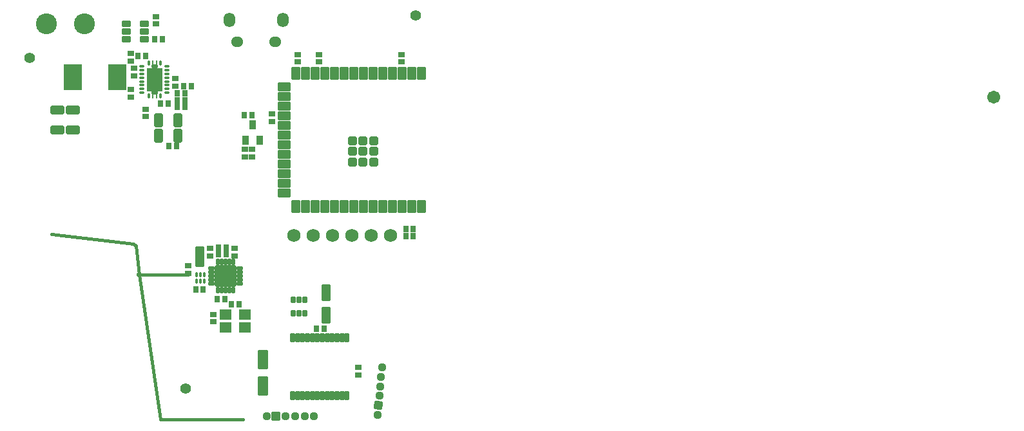
<source format=gbr>
%TF.GenerationSoftware,KiCad,Pcbnew,9.0.6*%
%TF.CreationDate,2025-12-03T15:23:28+01:00*%
%TF.ProjectId,Spinmodule,5370696e-6d6f-4647-956c-652e6b696361,rev?*%
%TF.SameCoordinates,Original*%
%TF.FileFunction,Soldermask,Bot*%
%TF.FilePolarity,Negative*%
%FSLAX46Y46*%
G04 Gerber Fmt 4.6, Leading zero omitted, Abs format (unit mm)*
G04 Created by KiCad (PCBNEW 9.0.6) date 2025-12-03 15:23:28*
%MOMM*%
%LPD*%
G01*
G04 APERTURE LIST*
G04 Aperture macros list*
%AMRoundRect*
0 Rectangle with rounded corners*
0 $1 Rounding radius*
0 $2 $3 $4 $5 $6 $7 $8 $9 X,Y pos of 4 corners*
0 Add a 4 corners polygon primitive as box body*
4,1,4,$2,$3,$4,$5,$6,$7,$8,$9,$2,$3,0*
0 Add four circle primitives for the rounded corners*
1,1,$1+$1,$2,$3*
1,1,$1+$1,$4,$5*
1,1,$1+$1,$6,$7*
1,1,$1+$1,$8,$9*
0 Add four rect primitives between the rounded corners*
20,1,$1+$1,$2,$3,$4,$5,0*
20,1,$1+$1,$4,$5,$6,$7,0*
20,1,$1+$1,$6,$7,$8,$9,0*
20,1,$1+$1,$8,$9,$2,$3,0*%
G04 Aperture macros list end*
%ADD10C,0.400000*%
%ADD11C,1.703200*%
%ADD12RoundRect,0.101600X1.300000X1.300000X-1.300000X1.300000X-1.300000X-1.300000X1.300000X-1.300000X0*%
%ADD13RoundRect,0.101600X0.125000X0.290000X-0.125000X0.290000X-0.125000X-0.290000X0.125000X-0.290000X0*%
%ADD14RoundRect,0.101600X0.290000X0.125000X-0.290000X0.125000X-0.290000X-0.125000X0.290000X-0.125000X0*%
%ADD15RoundRect,0.060000X0.300000X0.350000X-0.300000X0.350000X-0.300000X-0.350000X0.300000X-0.350000X0*%
%ADD16RoundRect,0.060000X0.350000X-0.300000X0.350000X0.300000X-0.350000X0.300000X-0.350000X-0.300000X0*%
%ADD17RoundRect,0.101600X0.500000X-1.250000X0.500000X1.250000X-0.500000X1.250000X-0.500000X-1.250000X0*%
%ADD18C,2.743200*%
%ADD19RoundRect,0.020000X-0.375000X-0.200000X0.375000X-0.200000X0.375000X0.200000X-0.375000X0.200000X0*%
%ADD20RoundRect,0.104500X-0.940500X-1.440500X0.940500X-1.440500X0.940500X1.440500X-0.940500X1.440500X0*%
%ADD21RoundRect,0.082500X-0.237500X0.082500X-0.237500X-0.082500X0.237500X-0.082500X0.237500X0.082500X0*%
%ADD22RoundRect,0.070000X-0.070000X-0.250000X0.070000X-0.250000X0.070000X0.250000X-0.070000X0.250000X0*%
%ADD23RoundRect,0.060000X-0.060000X-0.260000X0.060000X-0.260000X0.060000X0.260000X-0.060000X0.260000X0*%
%ADD24C,0.350000*%
%ADD25RoundRect,0.101600X0.195000X-0.500000X0.195000X0.500000X-0.195000X0.500000X-0.195000X-0.500000X0*%
%ADD26RoundRect,0.101600X0.500000X-0.300000X0.500000X0.300000X-0.500000X0.300000X-0.500000X-0.300000X0*%
%ADD27RoundRect,0.060000X-0.350000X0.300000X-0.350000X-0.300000X0.350000X-0.300000X0.350000X0.300000X0*%
%ADD28RoundRect,0.060000X-0.300000X-0.350000X0.300000X-0.350000X0.300000X0.350000X-0.300000X0.350000X0*%
%ADD29RoundRect,0.101600X0.350000X0.500000X-0.350000X0.500000X-0.350000X-0.500000X0.350000X-0.500000X0*%
%ADD30C,1.743200*%
%ADD31R,2.413000X3.429000*%
%ADD32C,1.403200*%
%ADD33RoundRect,0.101600X0.200000X0.200000X-0.200000X0.200000X-0.200000X-0.200000X0.200000X-0.200000X0*%
%ADD34RoundRect,0.101600X-0.600000X1.150000X-0.600000X-1.150000X0.600000X-1.150000X0.600000X1.150000X0*%
%ADD35RoundRect,0.101600X0.500000X-0.975000X0.500000X0.975000X-0.500000X0.975000X-0.500000X-0.975000X0*%
%ADD36RoundRect,0.101600X0.800000X-0.450000X0.800000X0.450000X-0.800000X0.450000X-0.800000X-0.450000X0*%
%ADD37RoundRect,0.101600X-0.450000X-0.800000X0.450000X-0.800000X0.450000X0.800000X-0.450000X0.800000X0*%
%ADD38O,1.528200X1.903200*%
%ADD39O,1.603200X1.353200*%
%ADD40C,1.120000*%
%ADD41RoundRect,0.060000X-0.500000X-0.500000X0.500000X-0.500000X0.500000X0.500000X-0.500000X0.500000X0*%
%ADD42RoundRect,0.101600X-0.250000X0.300000X-0.250000X-0.300000X0.250000X-0.300000X0.250000X0.300000X0*%
%ADD43RoundRect,0.101600X-0.200000X0.300000X-0.200000X-0.300000X0.200000X-0.300000X0.200000X0.300000X0*%
%ADD44RoundRect,0.101600X-0.450000X0.750000X-0.450000X-0.750000X0.450000X-0.750000X0.450000X0.750000X0*%
%ADD45RoundRect,0.101600X-0.750000X-0.450000X0.750000X-0.450000X0.750000X0.450000X-0.750000X0.450000X0*%
%ADD46RoundRect,0.101600X0.450000X-0.750000X0.450000X0.750000X-0.450000X0.750000X-0.450000X-0.750000X0*%
%ADD47RoundRect,0.101600X0.450000X-0.450000X0.450000X0.450000X-0.450000X0.450000X-0.450000X-0.450000X0*%
%ADD48RoundRect,0.060000X0.454519X-0.541675X0.541675X0.454519X-0.454519X0.541675X-0.541675X-0.454519X0*%
%ADD49RoundRect,0.060000X0.125000X0.275000X-0.125000X0.275000X-0.125000X-0.275000X0.125000X-0.275000X0*%
%ADD50RoundRect,0.101600X-0.700000X-0.600000X0.700000X-0.600000X0.700000X0.600000X-0.700000X0.600000X0*%
G04 APERTURE END LIST*
D10*
X133420130Y-108682680D02*
X133614640Y-108877250D01*
X134093280Y-112703860D02*
X140526950Y-112703860D01*
X133614640Y-108877250D02*
X134092930Y-112703600D01*
X122545270Y-107354870D02*
X133283230Y-108665970D01*
X136845320Y-131718040D02*
X147689750Y-131718040D01*
X134093280Y-112703860D02*
X136845320Y-131718040D01*
D11*
%TO.C,M1*%
X246309260Y-89319370D03*
%TD*%
D12*
%TO.C,U13*%
X145397960Y-112877590D03*
D13*
X146397960Y-111017600D03*
X145897930Y-111017600D03*
X145397960Y-111017600D03*
X144897930Y-111017600D03*
X144397960Y-111017600D03*
D14*
X143537970Y-111877600D03*
X143537970Y-112377620D03*
X143537970Y-112877590D03*
X143537970Y-113377620D03*
X143537970Y-113877590D03*
D13*
X144397960Y-114737580D03*
X144897930Y-114737580D03*
X145397960Y-114737580D03*
X145897930Y-114737580D03*
X146397960Y-114737580D03*
D14*
X147257950Y-113877590D03*
X147257950Y-113377620D03*
X147257950Y-112877590D03*
X147257950Y-112377620D03*
X147257950Y-111877600D03*
%TD*%
D15*
%TO.C,R8*%
X140059260Y-89729370D03*
X139059260Y-89729370D03*
%TD*%
D16*
%TO.C,C29*%
X147959260Y-96209370D03*
X147959260Y-97209370D03*
%TD*%
D17*
%TO.C,P4*%
X142009260Y-110364360D03*
%TD*%
D18*
%TO.C,BT1*%
X121892160Y-79689360D03*
X126892160Y-79689360D03*
%TD*%
D19*
%TO.C,U10*%
X136092950Y-88723600D03*
X136092950Y-85283600D03*
D20*
X136092950Y-87003600D03*
D21*
X134442950Y-88753600D03*
X134442950Y-88253600D03*
X134442950Y-87753600D03*
X134442950Y-87253600D03*
X134442950Y-86753600D03*
X134442950Y-86253600D03*
X134442950Y-85753600D03*
X134442950Y-85253600D03*
D22*
X135342950Y-84853600D03*
D23*
X135817950Y-84853600D03*
X136367950Y-84853600D03*
D22*
X136842950Y-84853600D03*
D21*
X137742950Y-85253600D03*
X137742950Y-85753600D03*
X137742950Y-86253600D03*
X137742950Y-86753600D03*
X137742950Y-87253600D03*
X137742950Y-87753600D03*
X137742950Y-88253600D03*
X137742950Y-88753600D03*
D22*
X136842950Y-89153600D03*
D23*
X136367950Y-89153600D03*
X135817950Y-89153600D03*
D22*
X135342950Y-89153600D03*
D24*
X135492950Y-85728600D03*
X136692950Y-85728600D03*
X136092950Y-85728600D03*
X135492950Y-86238600D03*
X136692950Y-86238600D03*
X136092950Y-86238600D03*
X135492950Y-86748600D03*
X135492950Y-87258600D03*
X135492950Y-87768600D03*
X136692950Y-86748600D03*
X136692950Y-87258600D03*
X136692950Y-87768600D03*
X136692950Y-88278600D03*
X136092950Y-88278600D03*
X136092950Y-86748600D03*
X136092950Y-87258600D03*
X135492950Y-88278600D03*
X136092950Y-87768600D03*
%TD*%
D25*
%TO.C,U9*%
X160717950Y-128603600D03*
X160067950Y-128603600D03*
X159417950Y-128603600D03*
X158767950Y-128603600D03*
X158117950Y-128603600D03*
X157467950Y-128603600D03*
X156817950Y-128603600D03*
X156167950Y-128603600D03*
X155517950Y-128603600D03*
X154867950Y-128603600D03*
X154217950Y-128603600D03*
X154217950Y-121003600D03*
X154867950Y-121003600D03*
X155517950Y-121003600D03*
X156167950Y-121003600D03*
X156817950Y-121003600D03*
X157467950Y-121003600D03*
X158117950Y-121003600D03*
X158767950Y-121003600D03*
X159417950Y-121003600D03*
X160067950Y-121003600D03*
X160717950Y-121003600D03*
X161367950Y-121003600D03*
X161367950Y-128603600D03*
%TD*%
D26*
%TO.C,U4*%
X132392950Y-81703600D03*
X132392950Y-80703600D03*
X132392950Y-79703600D03*
X134792950Y-79703600D03*
X134792950Y-81703600D03*
X134792950Y-80703600D03*
%TD*%
D16*
%TO.C,R30*%
X143392950Y-110203600D03*
X143392950Y-109203600D03*
%TD*%
D27*
%TO.C,R28*%
X157692950Y-83703600D03*
X157692950Y-84703600D03*
%TD*%
%TO.C,R27*%
X148892950Y-96203600D03*
X148892950Y-97203600D03*
%TD*%
D15*
%TO.C,R25*%
X145292950Y-115903600D03*
X144292950Y-115903600D03*
%TD*%
%TO.C,R24*%
X148892950Y-91703600D03*
X147892950Y-91703600D03*
%TD*%
D16*
%TO.C,R16*%
X168492950Y-84703600D03*
X168492950Y-83703600D03*
%TD*%
D27*
%TO.C,R15*%
X154892950Y-83703600D03*
X154892950Y-84703600D03*
%TD*%
D15*
%TO.C,R14*%
X170092950Y-107603600D03*
X169092950Y-107603600D03*
%TD*%
D16*
%TO.C,R11*%
X132992950Y-89303600D03*
X132992950Y-88303600D03*
%TD*%
D15*
%TO.C,R6*%
X140892950Y-87903600D03*
X139892950Y-87903600D03*
%TD*%
D28*
%TO.C,R4*%
X136092950Y-81703600D03*
X137092950Y-81703600D03*
%TD*%
D16*
%TO.C,R3*%
X138792950Y-87903600D03*
X138792950Y-86903600D03*
%TD*%
D29*
%TO.C,Q2*%
X148992950Y-93003600D03*
X148042950Y-95003600D03*
X149942950Y-95003600D03*
%TD*%
D30*
%TO.C,P3*%
X167092950Y-107503600D03*
X156932950Y-107503600D03*
X164552950Y-107503600D03*
X162012950Y-107503600D03*
X159472950Y-107503600D03*
X154392950Y-107503600D03*
%TD*%
D31*
%TO.C,L1*%
X125371950Y-86703600D03*
X131213950Y-86703600D03*
%TD*%
D32*
%TO.C,FD6*%
X170392950Y-78603600D03*
%TD*%
%TO.C,FD4*%
X140192950Y-127703600D03*
%TD*%
%TO.C,FD3*%
X119692950Y-84203600D03*
%TD*%
D33*
%TO.C,E1*%
X134059260Y-112689380D03*
%TD*%
D28*
%TO.C,C39*%
X142492950Y-114603600D03*
X141492950Y-114603600D03*
%TD*%
D27*
%TO.C,C38*%
X140492950Y-112503600D03*
X140492950Y-111503600D03*
%TD*%
%TO.C,C36*%
X146592950Y-110203600D03*
X146592950Y-109203600D03*
%TD*%
D28*
%TO.C,C35*%
X145492970Y-110003620D03*
X144492970Y-110003620D03*
%TD*%
%TO.C,C34*%
X145492950Y-109103600D03*
X144492950Y-109103600D03*
%TD*%
%TO.C,C30*%
X147192950Y-116603600D03*
X146192950Y-116603600D03*
%TD*%
D34*
%TO.C,C21*%
X150292950Y-123903600D03*
X150292950Y-127303600D03*
%TD*%
D16*
%TO.C,C20*%
X162892950Y-124903600D03*
X162892950Y-125903600D03*
%TD*%
D35*
%TO.C,C19*%
X158592950Y-118003600D03*
X158592950Y-115103600D03*
%TD*%
D28*
%TO.C,C15*%
X140092950Y-88803600D03*
X139092950Y-88803600D03*
%TD*%
%TO.C,C14*%
X158392950Y-119803600D03*
X157392950Y-119803600D03*
%TD*%
%TO.C,C11*%
X138992950Y-95803600D03*
X137992950Y-95803600D03*
%TD*%
D27*
%TO.C,C10*%
X134892950Y-91903600D03*
X134892950Y-90903600D03*
%TD*%
%TO.C,C9*%
X136292950Y-79703600D03*
X136292950Y-78703600D03*
%TD*%
D36*
%TO.C,C8*%
X125392950Y-91003600D03*
X125392950Y-93603600D03*
%TD*%
%TO.C,C7*%
X123292950Y-91003600D03*
X123292950Y-93603600D03*
%TD*%
D37*
%TO.C,C6*%
X139192950Y-94403600D03*
X136592950Y-94403600D03*
%TD*%
%TO.C,C5*%
X139192950Y-92403600D03*
X136592950Y-92403600D03*
%TD*%
D38*
%TO.C,USB1*%
X152944950Y-79153600D03*
D39*
X151944950Y-82053600D03*
X146944950Y-82053600D03*
D38*
X145944940Y-79153600D03*
%TD*%
D40*
%TO.C,P2*%
X150809280Y-131289340D03*
D41*
X152059260Y-131289340D03*
D40*
X153309250Y-131289340D03*
X154559280Y-131289340D03*
X155809270Y-131289340D03*
X157059250Y-131289340D03*
%TD*%
D15*
%TO.C,C13*%
X170092960Y-106703620D03*
X169092960Y-106703620D03*
%TD*%
D28*
%TO.C,R9*%
X136892950Y-90203600D03*
X137892950Y-90203600D03*
%TD*%
D42*
%TO.C,U16*%
X154342920Y-116003620D03*
D43*
X155092940Y-116003620D03*
D42*
X155842950Y-116003620D03*
X155842950Y-117803620D03*
D43*
X155092940Y-117803620D03*
D42*
X154342920Y-117803620D03*
%TD*%
D16*
%TO.C,C1*%
X133392950Y-86503600D03*
X133392950Y-85503600D03*
%TD*%
D28*
%TO.C,C50*%
X133892950Y-83903600D03*
X134892950Y-83903600D03*
%TD*%
D27*
%TO.C,R32*%
X151492990Y-91503600D03*
X151492990Y-92503590D03*
%TD*%
D16*
%TO.C,C51*%
X132992950Y-84603600D03*
X132992950Y-83603600D03*
%TD*%
D27*
%TO.C,C22*%
X143792950Y-117903590D03*
X143792950Y-118903590D03*
%TD*%
D44*
%TO.C,U12*%
X171192930Y-103703620D03*
X169922930Y-103703620D03*
X168652930Y-103703620D03*
X167382930Y-103703620D03*
X166112930Y-103703620D03*
X164842930Y-103703620D03*
X163572930Y-103703620D03*
X162302930Y-103703620D03*
X161032930Y-103703620D03*
X159762930Y-103703620D03*
X158492930Y-103703620D03*
X157222930Y-103703620D03*
X155952930Y-103703620D03*
X154682930Y-103703620D03*
D45*
X153132970Y-101938580D03*
X153132970Y-100668580D03*
X153132970Y-99398580D03*
X153132970Y-98128580D03*
X153132970Y-96858580D03*
X153132970Y-95588580D03*
X153132970Y-94318580D03*
X153132970Y-93048580D03*
X153132970Y-91778580D03*
X153132970Y-90508580D03*
X153132970Y-89238580D03*
X153132970Y-87968580D03*
D46*
X154682930Y-86203580D03*
X155952930Y-86203580D03*
X157222930Y-86203580D03*
X158492930Y-86203580D03*
X159762930Y-86203580D03*
X161032930Y-86203580D03*
X162302930Y-86203580D03*
X163572930Y-86203580D03*
X164842930Y-86203580D03*
X166112930Y-86203580D03*
X167382930Y-86203580D03*
X168652930Y-86203580D03*
X169922930Y-86203580D03*
X171192930Y-86203580D03*
D47*
X162072960Y-97853600D03*
X163472950Y-97853600D03*
X164872950Y-97853600D03*
X162072960Y-96453600D03*
X163472950Y-96453600D03*
X164872950Y-96453600D03*
X162072960Y-95053600D03*
X163472950Y-95053600D03*
X164872950Y-95053600D03*
%TD*%
D40*
%TO.C,P1*%
X165410160Y-131141660D03*
D48*
X165519130Y-129896460D03*
D40*
X165628090Y-128651200D03*
X165737008Y-127405940D03*
X165845970Y-126160730D03*
X165954890Y-124915470D03*
%TD*%
D49*
%TO.C,U14*%
X141592940Y-112689380D03*
X142092960Y-112689380D03*
X142592930Y-112689380D03*
X142592930Y-113539370D03*
X142092960Y-113539370D03*
X141592940Y-113539370D03*
%TD*%
D15*
%TO.C,C16*%
X140092940Y-90603600D03*
X139092940Y-90603600D03*
%TD*%
D50*
%TO.C,X1*%
X145392930Y-119653600D03*
X147992970Y-119653600D03*
X147992970Y-117953580D03*
X145392930Y-117953580D03*
%TD*%
M02*

</source>
